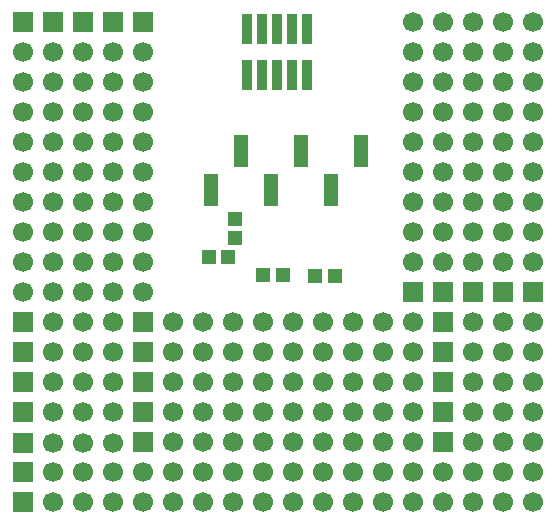
<source format=gbr>
G04 DipTrace 3.1.0.1*
G04 BottomMask.gbr*
%MOIN*%
G04 #@! TF.FileFunction,Soldermask,Bot*
G04 #@! TF.Part,Single*
%ADD35R,0.051181X0.047244*%
%ADD37R,0.047244X0.106693*%
%ADD39R,0.047244X0.045276*%
%ADD41R,0.045276X0.047244*%
%ADD43R,0.037795X0.102362*%
%ADD45C,0.066929*%
%ADD47R,0.066929X0.066929*%
%FSLAX26Y26*%
G04*
G70*
G90*
G75*
G01*
G04 BotMask*
%LPD*%
D47*
X843701Y2045669D3*
D45*
Y1945669D3*
Y1845669D3*
Y1745669D3*
Y1645669D3*
Y1545669D3*
Y1445669D3*
Y1345669D3*
Y1245669D3*
Y1145669D3*
D47*
Y1045669D3*
D45*
X943701D3*
X1043701D3*
X1143701D3*
X1243701D3*
X1343701D3*
X1443701D3*
X1543701D3*
X1643701D3*
X1743701D3*
D47*
Y1145669D3*
D45*
Y1245669D3*
Y1345669D3*
Y1445669D3*
Y1545669D3*
Y1645669D3*
Y1745669D3*
Y1845669D3*
Y1945669D3*
Y2045669D3*
D43*
X1288583Y2024409D3*
X1338583D3*
X1388583D3*
X1238583D3*
X1188583D3*
X1288583Y1870866D3*
X1338583D3*
X1388583D3*
X1238583D3*
X1188583D3*
D41*
X1063386Y1262992D3*
X1126378D3*
D39*
X1148031Y1326772D3*
Y1389764D3*
D37*
X1368504Y1616142D3*
X1568504D3*
X1168504D3*
X1468504Y1485827D3*
X1268504D3*
X1068504D3*
D35*
X1416929Y1201969D3*
X1483858D3*
X1241339Y1203150D3*
X1308268D3*
D47*
X1843701Y1145669D3*
D45*
Y1245669D3*
Y1345669D3*
Y1445669D3*
Y1545669D3*
Y1645669D3*
Y1745669D3*
Y1845669D3*
Y1945669D3*
Y2045669D3*
D47*
X1943701Y1145669D3*
D45*
Y1245669D3*
Y1345669D3*
Y1445669D3*
Y1545669D3*
Y1645669D3*
Y1745669D3*
Y1845669D3*
Y1945669D3*
Y2045669D3*
D47*
X2043701Y1145669D3*
D45*
Y1245669D3*
Y1345669D3*
Y1445669D3*
Y1545669D3*
Y1645669D3*
Y1745669D3*
Y1845669D3*
Y1945669D3*
Y2045669D3*
D47*
X2143701Y1145669D3*
D45*
Y1245669D3*
Y1345669D3*
Y1445669D3*
Y1545669D3*
Y1645669D3*
Y1745669D3*
Y1845669D3*
Y1945669D3*
Y2045669D3*
D47*
X743701D3*
D45*
Y1945669D3*
Y1845669D3*
Y1745669D3*
Y1645669D3*
Y1545669D3*
Y1445669D3*
Y1345669D3*
Y1245669D3*
Y1145669D3*
D47*
X643701Y2045669D3*
D45*
Y1945669D3*
Y1845669D3*
Y1745669D3*
Y1645669D3*
Y1545669D3*
Y1445669D3*
Y1345669D3*
Y1245669D3*
Y1145669D3*
D47*
X543701Y2045669D3*
D45*
Y1945669D3*
Y1845669D3*
Y1745669D3*
Y1645669D3*
Y1545669D3*
Y1445669D3*
Y1345669D3*
Y1245669D3*
Y1145669D3*
D47*
X443701Y2045669D3*
D45*
Y1945669D3*
Y1845669D3*
Y1745669D3*
Y1645669D3*
Y1545669D3*
Y1445669D3*
Y1345669D3*
Y1245669D3*
Y1145669D3*
D47*
X843701Y945669D3*
D45*
X943701D3*
X1043701D3*
X1143701D3*
X1243701D3*
X1343701D3*
X1443701D3*
X1543701D3*
X1643701D3*
X1743701D3*
D47*
X843701Y845669D3*
D45*
X943701D3*
X1043701D3*
X1143701D3*
X1243701D3*
X1343701D3*
X1443701D3*
X1543701D3*
X1643701D3*
X1743701D3*
D47*
X843701Y745669D3*
D45*
X943701D3*
X1043701D3*
X1143701D3*
X1243701D3*
X1343701D3*
X1443701D3*
X1543701D3*
X1643701D3*
X1743701D3*
D47*
X843701Y645669D3*
D45*
X943701D3*
X1043701D3*
X1143701D3*
X1243701D3*
X1343701D3*
X1443701D3*
X1543701D3*
X1643701D3*
X1743701D3*
D47*
X1843701Y1045669D3*
D45*
X1943701D3*
X2043701D3*
X2143701D3*
D47*
X1843701Y945669D3*
D45*
X1943701D3*
X2043701D3*
X2143701D3*
D47*
X1843701Y845669D3*
D45*
X1943701D3*
X2043701D3*
X2143701D3*
D47*
X1843701Y745669D3*
D45*
X1943701D3*
X2043701D3*
X2143701D3*
D47*
X1843701Y645669D3*
D45*
X1943701D3*
X2043701D3*
X2143701D3*
D47*
X443701Y1045669D3*
D45*
X543701D3*
X643701D3*
X743701D3*
D47*
X443701Y945669D3*
D45*
X543701D3*
X643701D3*
X743701D3*
D47*
X443701Y845669D3*
D45*
X543701D3*
X643701D3*
X743701D3*
D47*
X443701Y745669D3*
D45*
X543701D3*
X643701D3*
X743701D3*
D47*
X443701Y644843D3*
D45*
X543701D3*
X643701D3*
X743701D3*
D47*
X443701Y545669D3*
D45*
X543701D3*
X643701D3*
X743701D3*
X843701D3*
X943701D3*
X1043701D3*
X1143701D3*
X1243701D3*
X1343701D3*
X1443701D3*
X1543701D3*
X1643701D3*
X1743701D3*
X1843701D3*
X1943701D3*
X2043701D3*
X2143701D3*
D47*
X443701Y445669D3*
D45*
X543701D3*
X643701D3*
X743701D3*
X843701D3*
X943701D3*
X1043701D3*
X1143701D3*
X1243701D3*
X1343701D3*
X1443701D3*
X1543701D3*
X1643701D3*
X1743701D3*
X1843701D3*
X1943701D3*
X2043701D3*
X2143701D3*
M02*

</source>
